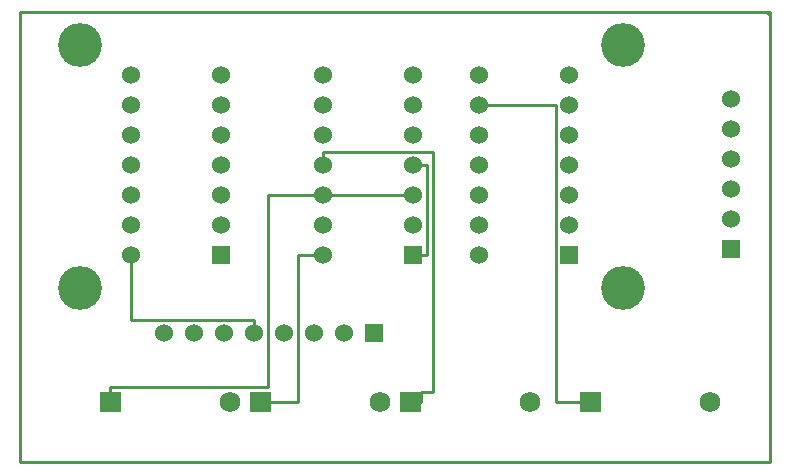
<source format=gbl>
G04 start of page 7 for group 5 idx 5 *
G04 Title: (unknown), bottom *
G04 Creator: pcb 4.2.2 *
G04 CreationDate: Mon Jan 20 03:02:52 2025 UTC *
G04 For: electronics *
G04 Format: Gerber/RS-274X *
G04 PCB-Dimensions (mil): 2500.00 1500.00 *
G04 PCB-Coordinate-Origin: lower left *
%MOIN*%
%FSLAX25Y25*%
%LNGBL*%
%ADD58C,0.0280*%
%ADD57C,0.0380*%
%ADD56C,0.1200*%
%ADD55C,0.1460*%
%ADD54C,0.0600*%
%ADD53C,0.0680*%
%ADD52C,0.0001*%
%ADD51C,0.0100*%
G54D51*X0Y150000D02*Y0D01*
Y150000D02*X250000D01*
X0Y0D02*X250000D01*
Y150000D02*Y0D01*
X0D02*Y150000D01*
X250000Y149000D02*Y0D01*
X0D01*
X92500Y20000D02*X80000D01*
X190000D02*X178500D01*
X137500Y103500D02*Y23400D01*
X137500Y23400D02*X133400D01*
Y20000D01*
X133400Y20000D02*X130000D01*
X135500Y69000D02*X131000D01*
X135500Y99000D02*X131000D01*
X131000Y89000D02*X101000D01*
X178500Y119000D02*Y20000D01*
X135500Y99000D02*Y69000D01*
X0Y150000D02*X249000D01*
X250000Y149000D01*
X101000Y69000D02*X92500D01*
X101000Y103500D02*Y99000D01*
X137500Y103500D02*X101000D01*
X178500Y119000D02*X153000D01*
X101000Y89000D02*X82500D01*
X92500Y69000D02*Y20000D01*
X78000Y47500D02*Y43000D01*
X82500Y89000D02*Y24900D01*
X37000Y69000D02*Y47500D01*
X78000Y47500D02*X37000D01*
X82500Y24900D02*X30000D01*
Y20000D01*
G54D52*G36*
X126600Y23400D02*Y16600D01*
X133400D01*
Y23400D01*
X126600D01*
G37*
G36*
X76600D02*Y16600D01*
X83400D01*
Y23400D01*
X76600D01*
G37*
G54D53*X120000Y20000D03*
G54D52*G36*
X26600Y23400D02*Y16600D01*
X33400D01*
Y23400D01*
X26600D01*
G37*
G54D53*X70000Y20000D03*
G54D52*G36*
X128000Y72000D02*Y66000D01*
X134000D01*
Y72000D01*
X128000D01*
G37*
G54D54*X131000Y79000D03*
Y89000D03*
Y99000D03*
Y109000D03*
Y119000D03*
G54D52*G36*
X115000Y46000D02*Y40000D01*
X121000D01*
Y46000D01*
X115000D01*
G37*
G54D54*X108000Y43000D03*
X98000D03*
X88000D03*
X78000D03*
X68000D03*
X58000D03*
X48000D03*
X131000Y129000D03*
X101000D03*
Y119000D03*
Y109000D03*
Y99000D03*
Y89000D03*
X67000D03*
X101000Y79000D03*
Y69000D03*
G54D52*G36*
X64000Y72000D02*Y66000D01*
X70000D01*
Y72000D01*
X64000D01*
G37*
G54D54*X67000Y79000D03*
Y99000D03*
Y109000D03*
Y119000D03*
Y129000D03*
X37000D03*
Y119000D03*
Y109000D03*
Y99000D03*
Y89000D03*
Y79000D03*
Y69000D03*
G54D52*G36*
X186600Y23400D02*Y16600D01*
X193400D01*
Y23400D01*
X186600D01*
G37*
G54D53*X230000Y20000D03*
X170000D03*
G54D52*G36*
X234000Y74000D02*Y68000D01*
X240000D01*
Y74000D01*
X234000D01*
G37*
G54D54*X237000Y81000D03*
Y91000D03*
Y101000D03*
Y111000D03*
Y121000D03*
G54D52*G36*
X180000Y72000D02*Y66000D01*
X186000D01*
Y72000D01*
X180000D01*
G37*
G54D54*X153000Y69000D03*
X183000Y79000D03*
X153000D03*
X183000Y89000D03*
X153000D03*
X183000Y99000D03*
X153000D03*
X183000Y109000D03*
Y119000D03*
Y129000D03*
X153000D03*
Y119000D03*
Y109000D03*
G54D55*X20000Y139000D03*
X201000D03*
Y58000D03*
X20000D03*
G54D56*G54D57*G54D58*G54D57*G54D58*M02*

</source>
